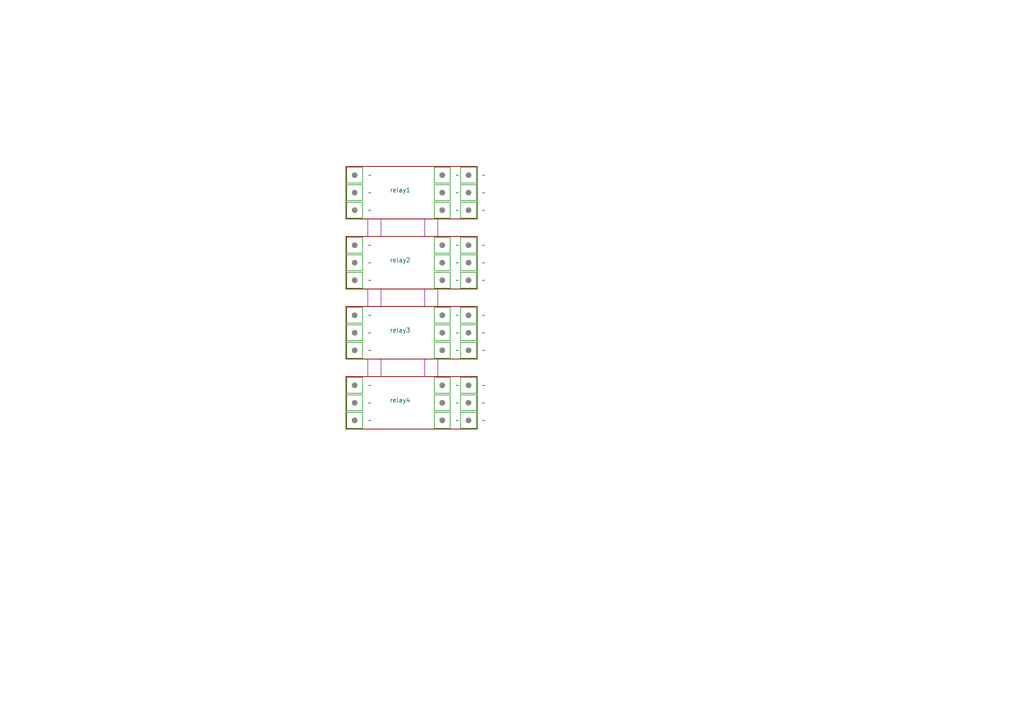
<source format=kicad_sch>
(kicad_sch (version 20231120) (generator "eeschema") (generator_version "8.0")
  (paper "A4")
  (lib_symbols
    (symbol "custom_kicad_lib_sk:screwterminal" (pin_numbers hide) (pin_names (offset 0) hide) (in_bom no) (on_board no)
      (symbol "screwterminal_1_1"
        (rectangle (start -2.3 2.3) (end 2.3 -2.3) (stroke (width 0) (color 0 132 0 1)))
        (circle (center 0 0) (radius 0.762) (stroke (width 0) (color 137 143 138 1)) (fill (type color) (color 132 132 132 1)))
      )
    )
  )
  (polyline (pts (xy 123.19 63.5) (xy 123.19 68.58)) (stroke (width 0) (color 132 0 132 1)))
  (polyline (pts (xy 110.49 83.82) (xy 110.49 88.9)) (stroke (width 0) (color 132 0 132 1)))
  (polyline (pts (xy 127 63.5) (xy 127 68.58)) (stroke (width 0) (color 132 0 132 1)))
  (polyline (pts (xy 110.49 63.5) (xy 110.49 68.58)) (stroke (width 0) (color 132 0 132 1)))
  (polyline (pts (xy 106.68 63.5) (xy 106.68 68.58)) (stroke (width 0) (color 132 0 132 1)))
  (polyline (pts (xy 127 83.82) (xy 127 88.9)) (stroke (width 0) (color 132 0 132 1)))
  (polyline (pts (xy 106.68 104.14) (xy 106.68 109.22)) (stroke (width 0) (color 132 0 132 1)))
  (polyline (pts (xy 110.49 104.14) (xy 110.49 109.22)) (stroke (width 0) (color 132 0 132 1)))
  (polyline (pts (xy 123.19 104.14) (xy 123.19 109.22)) (stroke (width 0) (color 132 0 132 1)))
  (polyline (pts (xy 123.19 83.82) (xy 123.19 88.9)) (stroke (width 0) (color 132 0 132 1)))
  (polyline (pts (xy 106.68 83.82) (xy 106.68 88.9)) (stroke (width 0) (color 132 0 132 1)))
  (polyline (pts (xy 127 104.14) (xy 127 109.22)) (stroke (width 0) (color 132 0 132 1)))
  (symbol (lib_id "custom_kicad_lib_sk:screwterminal") (at 128.27 101.6 0) (unit 1) (in_bom no) (on_board no)
    (property "Reference" "u21" (effects (hide yes)))
    (property "Value" "~" (at 132.08 101.6 0) (effects (justify left)))
  )
  (symbol (lib_id "custom_kicad_lib_sk:screwterminal") (at 135.89 81.28 0) (unit 1) (in_bom no) (on_board no)
    (property "Reference" "u30" (effects (hide yes)))
    (property "Value" "~" (at 139.7 81.28 0) (effects (justify left)))
  )
  (symbol (lib_id "custom_kicad_lib_sk:screwterminal") (at 128.27 111.76 0) (unit 1) (in_bom no) (on_board no)
    (property "Reference" "u22" (effects (hide yes)))
    (property "Value" "~" (at 132.08 111.76 0) (effects (justify left)))
  )
  (symbol (lib_id "custom_kicad_lib_sk:screwterminal") (at 135.89 50.8 0) (unit 1) (in_bom no) (on_board no)
    (property "Reference" "u25" (effects (hide yes)))
    (property "Value" "~" (at 139.7 50.8 0) (effects (justify left)))
  )
  (symbol (lib_id "custom_kicad_lib_sk:screwterminal") (at 135.89 111.76 0) (unit 1) (in_bom no) (on_board no)
    (property "Reference" "u34" (effects (hide yes)))
    (property "Value" "~" (at 139.7 111.76 0) (effects (justify left)))
  )
  (symbol (lib_id "custom_kicad_lib_sk:screwterminal") (at 128.27 91.44 0) (unit 1) (in_bom no) (on_board no)
    (property "Reference" "u19" (effects (hide yes)))
    (property "Value" "~" (at 132.08 91.44 0) (effects (justify left)))
  )
  (symbol (lib_id "custom_kicad_lib_sk:screwterminal") (at 135.89 96.52 0) (unit 1) (in_bom no) (on_board no)
    (property "Reference" "u32" (effects (hide yes)))
    (property "Value" "~" (at 139.7 96.52 0) (effects (justify left)))
  )
  (symbol (lib_id "custom_kicad_lib_sk:screwterminal") (at 135.89 91.44 0) (unit 1) (in_bom no) (on_board no)
    (property "Reference" "u31" (effects (hide yes)))
    (property "Value" "~" (at 139.7 91.44 0) (effects (justify left)))
  )
  (symbol (lib_id "custom_kicad_lib_sk:screwterminal") (at 135.89 116.84 0) (unit 1) (in_bom no) (on_board no)
    (property "Reference" "u35" (effects (hide yes)))
    (property "Value" "~" (at 139.7 116.84 0) (effects (justify left)))
  )
  (symbol (lib_id "custom_kicad_lib_sk:screwterminal") (at 102.87 96.52 0) (unit 1) (in_bom no) (on_board no)
    (property "Reference" "u8" (effects (hide yes)))
    (property "Value" "~" (at 106.68 96.52 0) (effects (justify left)))
  )
  (symbol (lib_id "custom_kicad_lib_sk:screwterminal") (at 102.87 60.96 0) (unit 1) (in_bom no) (on_board no)
    (property "Reference" "u3" (effects (hide yes)))
    (property "Value" "~" (at 106.68 60.96 0) (effects (justify left)))
  )
  (symbol (lib_id "custom_kicad_lib_sk:screwterminal") (at 128.27 50.8 0) (unit 1) (in_bom no) (on_board no)
    (property "Reference" "u13" (effects (hide yes)))
    (property "Value" "~" (at 132.08 50.8 0) (effects (justify left)))
  )
  (symbol (lib_id "custom_kicad_lib_sk:screwterminal") (at 128.27 55.88 0) (unit 1) (in_bom no) (on_board no)
    (property "Reference" "u14" (effects (hide yes)))
    (property "Value" "~" (at 132.08 55.88 0) (effects (justify left)))
  )
  (symbol (lib_id "custom_kicad_lib_sk:screwterminal") (at 128.27 71.12 0) (unit 1) (in_bom no) (on_board no)
    (property "Reference" "u16" (effects (hide yes)))
    (property "Value" "~" (at 132.08 71.12 0) (effects (justify left)))
  )
  (symbol (lib_id "custom_kicad_lib_sk:screwterminal") (at 102.87 71.12 0) (unit 1) (in_bom no) (on_board no)
    (property "Reference" "u4" (effects (hide yes)))
    (property "Value" "~" (at 106.68 71.12 0) (effects (justify left)))
  )
  (symbol (lib_id "custom_kicad_lib_sk:screwterminal") (at 102.87 121.92 0) (unit 1) (in_bom no) (on_board no)
    (property "Reference" "u12" (effects (hide yes)))
    (property "Value" "~" (at 106.68 121.92 0) (effects (justify left)))
  )
  (symbol (lib_id "custom_kicad_lib_sk:screwterminal") (at 102.87 76.2 0) (unit 1) (in_bom no) (on_board no)
    (property "Reference" "u5" (effects (hide yes)))
    (property "Value" "~" (at 106.68 76.2 0) (effects (justify left)))
  )
  (symbol (lib_id "custom_kicad_lib_sk:screwterminal") (at 128.27 81.28 0) (unit 1) (in_bom no) (on_board no)
    (property "Reference" "u18" (effects (hide yes)))
    (property "Value" "~" (at 132.08 81.28 0) (effects (justify left)))
  )
  (symbol (lib_id "custom_kicad_lib_sk:screwterminal") (at 102.87 55.88 0) (unit 1) (in_bom no) (on_board no)
    (property "Reference" "u2" (effects (hide yes)))
    (property "Value" "~" (at 106.68 55.88 0) (effects (justify left)))
  )
  (symbol (lib_id "custom_kicad_lib_sk:screwterminal") (at 135.89 101.6 0) (unit 1) (in_bom no) (on_board no)
    (property "Reference" "u33" (effects (hide yes)))
    (property "Value" "~" (at 139.7 101.6 0) (effects (justify left)))
  )
  (symbol (lib_id "custom_kicad_lib_sk:screwterminal") (at 128.27 116.84 0) (unit 1) (in_bom no) (on_board no)
    (property "Reference" "u23" (effects (hide yes)))
    (property "Value" "~" (at 132.08 116.84 0) (effects (justify left)))
  )
  (symbol (lib_id "custom_kicad_lib_sk:screwterminal") (at 102.87 116.84 0) (unit 1) (in_bom no) (on_board no)
    (property "Reference" "u11" (effects (hide yes)))
    (property "Value" "~" (at 106.68 116.84 0) (effects (justify left)))
  )
  (symbol (lib_id "custom_kicad_lib_sk:screwterminal") (at 128.27 60.96 0) (unit 1) (in_bom no) (on_board no)
    (property "Reference" "u15" (effects (hide yes)))
    (property "Value" "~" (at 132.08 60.96 0) (effects (justify left)))
  )
  (symbol (lib_id "custom_kicad_lib_sk:screwterminal") (at 128.27 121.92 0) (unit 1) (in_bom no) (on_board no)
    (property "Reference" "u24" (effects (hide yes)))
    (property "Value" "~" (at 132.08 121.92 0) (effects (justify left)))
  )
  (symbol (lib_id "custom_kicad_lib_sk:screwterminal") (at 102.87 111.76 0) (unit 1) (in_bom no) (on_board no)
    (property "Reference" "u10" (effects (hide yes)))
    (property "Value" "~" (at 106.68 111.76 0) (effects (justify left)))
  )
  (symbol (lib_id "custom_kicad_lib_sk:screwterminal") (at 128.27 96.52 0) (unit 1) (in_bom no) (on_board no)
    (property "Reference" "u20" (effects (hide yes)))
    (property "Value" "~" (at 132.08 96.52 0) (effects (justify left)))
  )
  (symbol (lib_id "custom_kicad_lib_sk:screwterminal") (at 135.89 71.12 0) (unit 1) (in_bom no) (on_board no)
    (property "Reference" "u28" (effects (hide yes)))
    (property "Value" "~" (at 139.7 71.12 0) (effects (justify left)))
  )
  (symbol (lib_id "custom_kicad_lib_sk:screwterminal") (at 102.87 81.28 0) (unit 1) (in_bom no) (on_board no)
    (property "Reference" "u6" (effects (hide yes)))
    (property "Value" "~" (at 106.68 81.28 0) (effects (justify left)))
  )
  (symbol (lib_id "custom_kicad_lib_sk:screwterminal") (at 135.89 60.96 0) (unit 1) (in_bom no) (on_board no)
    (property "Reference" "u27" (effects (hide yes)))
    (property "Value" "~" (at 139.7 60.96 0) (effects (justify left)))
  )
  (symbol (lib_id "custom_kicad_lib_sk:screwterminal") (at 102.87 101.6 0) (unit 1) (in_bom no) (on_board no)
    (property "Reference" "u9" (effects (hide yes)))
    (property "Value" "~" (at 106.68 101.6 0) (effects (justify left)))
  )
  (symbol (lib_id "custom_kicad_lib_sk:screwterminal") (at 135.89 55.88 0) (unit 1) (in_bom no) (on_board no)
    (property "Reference" "u26" (effects (hide yes)))
    (property "Value" "~" (at 139.7 55.88 0) (effects (justify left)))
  )
  (symbol (lib_id "custom_kicad_lib_sk:screwterminal") (at 102.87 91.44 0) (unit 1) (in_bom no) (on_board no)
    (property "Reference" "u7" (effects (hide yes)))
    (property "Value" "~" (at 106.68 91.44 0) (effects (justify left)))
  )
  (symbol (lib_id "custom_kicad_lib_sk:screwterminal") (at 135.89 76.2 0) (unit 1) (in_bom no) (on_board no)
    (property "Reference" "u29" (effects (hide yes)))
    (property "Value" "~" (at 139.7 76.2 0) (effects (justify left)))
  )
  (symbol (lib_id "custom_kicad_lib_sk:screwterminal") (at 135.89 121.92 0) (unit 1) (in_bom no) (on_board no)
    (property "Reference" "u36" (effects (hide yes)))
    (property "Value" "~" (at 139.7 121.92 0) (effects (justify left)))
  )
  (symbol (lib_id "custom_kicad_lib_sk:screwterminal") (at 102.87 50.8 0) (unit 1) (in_bom no) (on_board no)
    (property "Reference" "u1" (effects (hide yes)))
    (property "Value" "~" (at 106.68 50.8 0) (effects (justify left)))
  )
  (symbol (lib_id "custom_kicad_lib_sk:screwterminal") (at 128.27 76.2 0) (unit 1) (in_bom no) (on_board no)
    (property "Reference" "u17" (effects (hide yes)))
    (property "Value" "~" (at 132.08 76.2 0) (effects (justify left)))
  )
  (sheet (at 100.33 48.26) (size 38.1 15.24) (stroke (width 0.1524))
    (property "Sheetname" "relay1" (at 113.03 55.88 0) (effects (justify left bottom)))
    (property "Sheetfile" "relay.kicad_sch" (effects (hide yes)))
  )
  (sheet (at 100.33 88.9) (size 38.1 15.24) (stroke (width 0.1524))
    (property "Sheetname" "relay3" (at 113.03 96.52 0) (effects (justify left bottom)))
    (property "Sheetfile" "relay.kicad_sch" (effects (hide yes)))
  )
  (sheet (at 100.33 109.22) (size 38.1 15.24) (stroke (width 0.1524))
    (property "Sheetname" "relay4" (at 113.03 116.84 0) (effects (justify left bottom)))
    (property "Sheetfile" "relay.kicad_sch" (effects (hide yes)))
  )
  (sheet (at 100.33 68.58) (size 38.1 15.24) (stroke (width 0.1524))
    (property "Sheetname" "relay2" (at 113.03 76.2 0) (effects (justify left bottom)))
    (property "Sheetfile" "relay.kicad_sch" (effects (hide yes)))
  )
)
</source>
